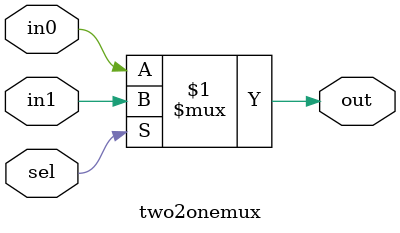
<source format=v>
`timescale 1ns / 1ps
/*
    Engineer: Rodrigo Becerril Ferreyra
    Company: California State University, Long Beach
    Project Name: Lab Test 2
    Start Date: 03 September 2020
    End Date: 03 September 2020
*/
module two2onemux(
    input in0,
    input in1,
    input sel,
    output out
);

assign out = sel ? in1 : in0;

endmodule

</source>
